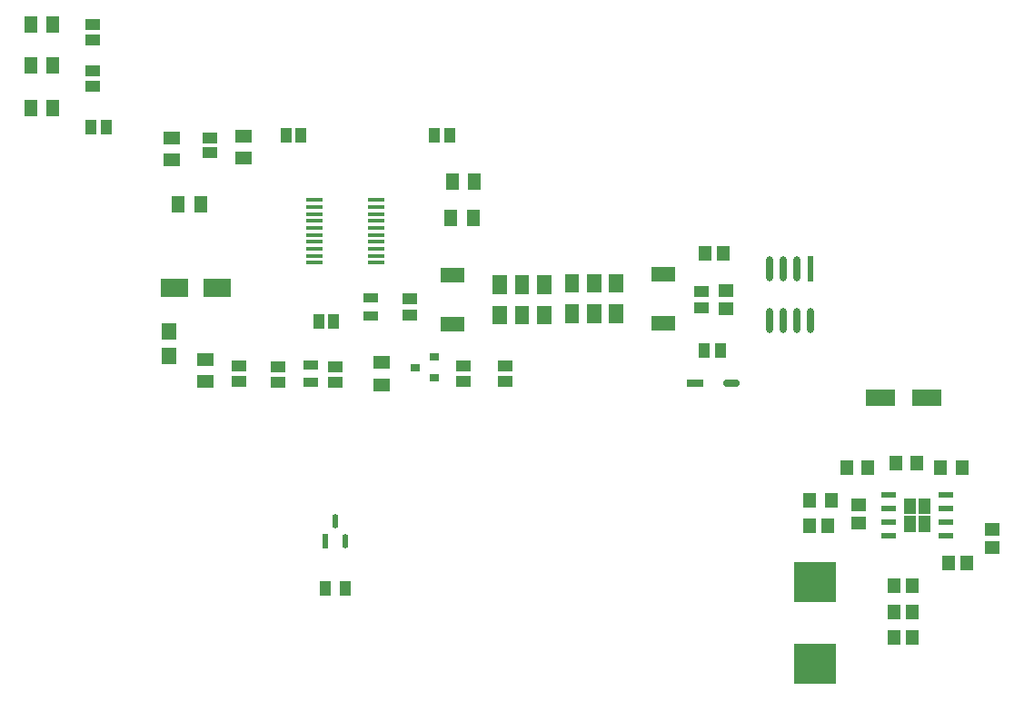
<source format=gtp>
G04*
G04 #@! TF.GenerationSoftware,Altium Limited,Altium Designer,25.1.2 (22)*
G04*
G04 Layer_Color=8421504*
%FSLAX25Y25*%
%MOIN*%
G70*
G04*
G04 #@! TF.SameCoordinates,7C62D4D7-8F8D-48FC-A2E0-5C7692351293*
G04*
G04*
G04 #@! TF.FilePolarity,Positive*
G04*
G01*
G75*
%ADD17R,0.03827X0.03158*%
%ADD18R,0.06102X0.04921*%
%ADD19R,0.05709X0.06299*%
%ADD20R,0.05315X0.04331*%
%ADD21R,0.05315X0.03347*%
%ADD22R,0.06132X0.02923*%
G04:AMPARAMS|DCode=23|XSize=61.32mil|YSize=29.23mil|CornerRadius=14.62mil|HoleSize=0mil|Usage=FLASHONLY|Rotation=0.000|XOffset=0mil|YOffset=0mil|HoleType=Round|Shape=RoundedRectangle|*
%AMROUNDEDRECTD23*
21,1,0.06132,0.00000,0,0,0.0*
21,1,0.03209,0.02923,0,0,0.0*
1,1,0.02923,0.01604,0.00000*
1,1,0.02923,-0.01604,0.00000*
1,1,0.02923,-0.01604,0.00000*
1,1,0.02923,0.01604,0.00000*
%
%ADD23ROUNDEDRECTD23*%
%ADD24R,0.05315X0.03937*%
%ADD25R,0.05600X0.02200*%
%ADD26R,0.04724X0.05709*%
%ADD27R,0.04724X0.05512*%
%ADD28R,0.03937X0.05315*%
%ADD29R,0.09016X0.05512*%
%ADD30R,0.04921X0.06102*%
%ADD31R,0.04331X0.05315*%
%ADD32R,0.09843X0.06693*%
G04:AMPARAMS|DCode=33|XSize=61.81mil|YSize=16.14mil|CornerRadius=2.02mil|HoleSize=0mil|Usage=FLASHONLY|Rotation=180.000|XOffset=0mil|YOffset=0mil|HoleType=Round|Shape=RoundedRectangle|*
%AMROUNDEDRECTD33*
21,1,0.06181,0.01211,0,0,180.0*
21,1,0.05778,0.01614,0,0,180.0*
1,1,0.00404,-0.02889,0.00605*
1,1,0.00404,0.02889,0.00605*
1,1,0.00404,0.02889,-0.00605*
1,1,0.00404,-0.02889,-0.00605*
%
%ADD33ROUNDEDRECTD33*%
%ADD34R,0.15748X0.15158*%
G04:AMPARAMS|DCode=35|XSize=93.59mil|YSize=24.49mil|CornerRadius=12.25mil|HoleSize=0mil|Usage=FLASHONLY|Rotation=270.000|XOffset=0mil|YOffset=0mil|HoleType=Round|Shape=RoundedRectangle|*
%AMROUNDEDRECTD35*
21,1,0.09359,0.00000,0,0,270.0*
21,1,0.06909,0.02449,0,0,270.0*
1,1,0.02449,0.00000,-0.03455*
1,1,0.02449,0.00000,0.03455*
1,1,0.02449,0.00000,0.03455*
1,1,0.02449,0.00000,-0.03455*
%
%ADD35ROUNDEDRECTD35*%
%ADD36R,0.02449X0.09359*%
G04:AMPARAMS|DCode=37|XSize=53.36mil|YSize=22.14mil|CornerRadius=11.07mil|HoleSize=0mil|Usage=FLASHONLY|Rotation=90.000|XOffset=0mil|YOffset=0mil|HoleType=Round|Shape=RoundedRectangle|*
%AMROUNDEDRECTD37*
21,1,0.05336,0.00000,0,0,90.0*
21,1,0.03121,0.02214,0,0,90.0*
1,1,0.02214,0.00000,0.01561*
1,1,0.02214,0.00000,-0.01561*
1,1,0.02214,0.00000,-0.01561*
1,1,0.02214,0.00000,0.01561*
%
%ADD37ROUNDEDRECTD37*%
%ADD38R,0.02214X0.05336*%
%ADD39R,0.05512X0.04724*%
%ADD40R,0.11024X0.06299*%
G36*
X212508Y133925D02*
X207272D01*
Y140854D01*
X212508D01*
Y133925D01*
D02*
G37*
G36*
X220618D02*
X215382D01*
Y140854D01*
X220618D01*
Y133925D01*
D02*
G37*
G36*
X212508Y145146D02*
X207272D01*
Y152075D01*
X212508D01*
Y145146D01*
D02*
G37*
G36*
X220618D02*
X215382D01*
Y152075D01*
X220618D01*
Y145146D01*
D02*
G37*
G36*
X228728Y133925D02*
X223492D01*
Y140854D01*
X228728D01*
Y133925D01*
D02*
G37*
G36*
X233772Y141354D02*
X239008D01*
Y134425D01*
X233772D01*
Y141354D01*
D02*
G37*
G36*
X228728Y145146D02*
X223492D01*
Y152075D01*
X228728D01*
Y145146D01*
D02*
G37*
G36*
X233772Y152575D02*
X239008D01*
Y145646D01*
X233772D01*
Y152575D01*
D02*
G37*
G36*
X241882Y141354D02*
X247118D01*
Y134425D01*
X241882D01*
Y141354D01*
D02*
G37*
G36*
X249992D02*
X255228D01*
Y134425D01*
X249992D01*
Y141354D01*
D02*
G37*
G36*
X241882Y152575D02*
X247118D01*
Y145646D01*
X241882D01*
Y152575D01*
D02*
G37*
G36*
X249992D02*
X255228D01*
Y145646D01*
X249992D01*
Y152575D01*
D02*
G37*
G36*
X358044Y57817D02*
X362606D01*
Y63630D01*
X358044D01*
Y57817D01*
D02*
G37*
G36*
X363394D02*
X367956D01*
Y63630D01*
X363394D01*
Y57817D01*
D02*
G37*
G36*
X358044Y64417D02*
X362606D01*
Y70230D01*
X358044D01*
Y64417D01*
D02*
G37*
G36*
X363394D02*
X367956D01*
Y70230D01*
X363394D01*
Y64417D01*
D02*
G37*
D17*
X185911Y114496D02*
D03*
Y121977D02*
D03*
X178943Y118236D02*
D03*
D18*
X166609Y111854D02*
D03*
Y119925D02*
D03*
X116000Y203035D02*
D03*
Y194965D02*
D03*
X89500Y194429D02*
D03*
Y202500D02*
D03*
X102000Y121035D02*
D03*
Y112965D02*
D03*
D19*
X88500Y131500D02*
D03*
Y122445D02*
D03*
D20*
X103500Y202500D02*
D03*
Y196988D02*
D03*
X60500Y221488D02*
D03*
Y227000D02*
D03*
X196372Y113232D02*
D03*
Y118744D02*
D03*
X114067Y113232D02*
D03*
Y118744D02*
D03*
X211833Y113232D02*
D03*
Y118744D02*
D03*
X128500Y112744D02*
D03*
Y118256D02*
D03*
X149500Y118256D02*
D03*
Y112744D02*
D03*
X60500Y244012D02*
D03*
Y238500D02*
D03*
D21*
X140500Y119248D02*
D03*
Y112752D02*
D03*
X162500Y137252D02*
D03*
Y143748D02*
D03*
D22*
X281500Y112500D02*
D03*
D23*
X294889D02*
D03*
D24*
X283913Y140043D02*
D03*
Y145949D02*
D03*
X177000Y143453D02*
D03*
Y137547D02*
D03*
D25*
X373600Y56524D02*
D03*
Y61524D02*
D03*
Y66524D02*
D03*
Y71524D02*
D03*
X352400D02*
D03*
Y66524D02*
D03*
Y61524D02*
D03*
Y56524D02*
D03*
D26*
X355063Y83000D02*
D03*
X362937D02*
D03*
X344937Y81524D02*
D03*
X337063D02*
D03*
X371563D02*
D03*
X379437D02*
D03*
X331500Y69524D02*
D03*
X323626D02*
D03*
D27*
X291846Y160000D02*
D03*
X285154D02*
D03*
X361346Y38024D02*
D03*
X354654D02*
D03*
X361346Y19024D02*
D03*
X354654D02*
D03*
X361346Y28524D02*
D03*
X354654D02*
D03*
X330346Y60151D02*
D03*
X323654D02*
D03*
X374654Y46524D02*
D03*
X381346D02*
D03*
D28*
X290906Y124500D02*
D03*
X285000D02*
D03*
X153043Y37000D02*
D03*
X145957D02*
D03*
D29*
X269835Y134504D02*
D03*
Y152496D02*
D03*
X192665Y134004D02*
D03*
Y151996D02*
D03*
D30*
X192465Y186500D02*
D03*
X200535D02*
D03*
X191965Y173000D02*
D03*
X200035D02*
D03*
X91965Y178000D02*
D03*
X100035D02*
D03*
X46000Y213500D02*
D03*
X37929D02*
D03*
X46000Y229000D02*
D03*
X37929D02*
D03*
X46000Y244000D02*
D03*
X37929D02*
D03*
D31*
X186000Y203500D02*
D03*
X191512D02*
D03*
X137000D02*
D03*
X131488D02*
D03*
X59988Y206500D02*
D03*
X65500D02*
D03*
X143500Y135000D02*
D03*
X149012D02*
D03*
D32*
X106248Y147500D02*
D03*
X90500D02*
D03*
D33*
X141902Y156646D02*
D03*
Y159205D02*
D03*
Y161764D02*
D03*
Y164323D02*
D03*
Y166882D02*
D03*
Y169441D02*
D03*
Y172000D02*
D03*
Y174559D02*
D03*
Y177118D02*
D03*
Y179677D02*
D03*
X164500D02*
D03*
Y177118D02*
D03*
Y174559D02*
D03*
Y172000D02*
D03*
Y169441D02*
D03*
Y166882D02*
D03*
Y164323D02*
D03*
Y161764D02*
D03*
Y159205D02*
D03*
Y156646D02*
D03*
D34*
X325500Y9465D02*
D03*
Y39583D02*
D03*
D35*
X324000Y135482D02*
D03*
X319000D02*
D03*
X314000D02*
D03*
X309000D02*
D03*
Y154518D02*
D03*
X314000D02*
D03*
X319000D02*
D03*
D36*
X324000D02*
D03*
D37*
X149500Y61644D02*
D03*
X153240Y54356D02*
D03*
D38*
X145760D02*
D03*
D39*
X341500Y61177D02*
D03*
Y67870D02*
D03*
X390500Y52177D02*
D03*
Y58870D02*
D03*
X293000Y146500D02*
D03*
Y139807D02*
D03*
D40*
X349535Y107000D02*
D03*
X366465D02*
D03*
M02*

</source>
